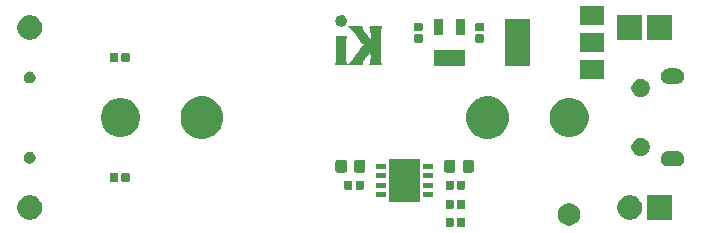
<source format=gbr>
G04 #@! TF.GenerationSoftware,KiCad,Pcbnew,5.0.1+dfsg1-3*
G04 #@! TF.CreationDate,2018-11-05T21:22:01-05:00*
G04 #@! TF.ProjectId,BreadBatt,4272656164426174742E6B696361645F,rev?*
G04 #@! TF.SameCoordinates,Original*
G04 #@! TF.FileFunction,Soldermask,Bot*
G04 #@! TF.FilePolarity,Negative*
%FSLAX46Y46*%
G04 Gerber Fmt 4.6, Leading zero omitted, Abs format (unit mm)*
G04 Created by KiCad (PCBNEW 5.0.1+dfsg1-3) date Mon 05 Nov 2018 09:22:01 PM EST*
%MOMM*%
%LPD*%
G01*
G04 APERTURE LIST*
%ADD10C,0.010000*%
%ADD11C,0.100000*%
G04 APERTURE END LIST*
D10*
G04 #@! TO.C,REF\002A\002A*
G36*
X139204059Y-99325960D02*
X139086455Y-99392395D01*
X138992977Y-99495045D01*
X138949188Y-99581124D01*
X138918578Y-99719614D01*
X138927679Y-99857591D01*
X138975027Y-99979084D01*
X138987412Y-99997850D01*
X139077851Y-100085408D01*
X139196729Y-100145553D01*
X139329667Y-100175418D01*
X139462287Y-100172134D01*
X139580210Y-100132832D01*
X139600994Y-100120244D01*
X139683263Y-100041394D01*
X139751086Y-99932770D01*
X139793253Y-99815295D01*
X139801600Y-99745799D01*
X139782326Y-99636575D01*
X139731810Y-99522110D01*
X139661018Y-99423158D01*
X139605358Y-99374295D01*
X139473139Y-99313876D01*
X139336163Y-99298776D01*
X139204059Y-99325960D01*
X139204059Y-99325960D01*
G37*
X139204059Y-99325960D02*
X139086455Y-99392395D01*
X138992977Y-99495045D01*
X138949188Y-99581124D01*
X138918578Y-99719614D01*
X138927679Y-99857591D01*
X138975027Y-99979084D01*
X138987412Y-99997850D01*
X139077851Y-100085408D01*
X139196729Y-100145553D01*
X139329667Y-100175418D01*
X139462287Y-100172134D01*
X139580210Y-100132832D01*
X139600994Y-100120244D01*
X139683263Y-100041394D01*
X139751086Y-99932770D01*
X139793253Y-99815295D01*
X139801600Y-99745799D01*
X139782326Y-99636575D01*
X139731810Y-99522110D01*
X139661018Y-99423158D01*
X139605358Y-99374295D01*
X139473139Y-99313876D01*
X139336163Y-99298776D01*
X139204059Y-99325960D01*
G36*
X138963400Y-102192045D02*
X138963179Y-102463528D01*
X138962417Y-102688618D01*
X138960974Y-102871721D01*
X138958706Y-103017240D01*
X138955469Y-103129583D01*
X138951122Y-103213155D01*
X138945520Y-103272359D01*
X138938522Y-103311603D01*
X138929984Y-103335292D01*
X138926108Y-103341395D01*
X138899822Y-103378943D01*
X138889109Y-103407085D01*
X138899290Y-103427174D01*
X138935688Y-103440563D01*
X139003624Y-103448605D01*
X139108422Y-103452653D01*
X139255402Y-103454060D01*
X139369800Y-103454200D01*
X139520082Y-103453515D01*
X139651273Y-103451608D01*
X139755573Y-103448702D01*
X139825181Y-103445017D01*
X139852295Y-103440776D01*
X139852400Y-103440488D01*
X139841845Y-103411454D01*
X139815274Y-103354509D01*
X139801600Y-103327200D01*
X139788734Y-103299760D01*
X139778241Y-103269394D01*
X139769880Y-103230920D01*
X139763409Y-103179155D01*
X139758589Y-103108918D01*
X139755178Y-103015027D01*
X139752935Y-102892301D01*
X139751619Y-102735559D01*
X139750990Y-102539617D01*
X139750805Y-102299296D01*
X139750800Y-102234750D01*
X139751053Y-101977269D01*
X139751929Y-101765749D01*
X139753604Y-101595351D01*
X139756252Y-101461238D01*
X139760050Y-101358571D01*
X139765173Y-101282513D01*
X139771797Y-101228226D01*
X139780097Y-101190872D01*
X139789553Y-101166938D01*
X139828305Y-101092000D01*
X138963400Y-101092000D01*
X138963400Y-102192045D01*
X138963400Y-102192045D01*
G37*
X138963400Y-102192045D02*
X138963179Y-102463528D01*
X138962417Y-102688618D01*
X138960974Y-102871721D01*
X138958706Y-103017240D01*
X138955469Y-103129583D01*
X138951122Y-103213155D01*
X138945520Y-103272359D01*
X138938522Y-103311603D01*
X138929984Y-103335292D01*
X138926108Y-103341395D01*
X138899822Y-103378943D01*
X138889109Y-103407085D01*
X138899290Y-103427174D01*
X138935688Y-103440563D01*
X139003624Y-103448605D01*
X139108422Y-103452653D01*
X139255402Y-103454060D01*
X139369800Y-103454200D01*
X139520082Y-103453515D01*
X139651273Y-103451608D01*
X139755573Y-103448702D01*
X139825181Y-103445017D01*
X139852295Y-103440776D01*
X139852400Y-103440488D01*
X139841845Y-103411454D01*
X139815274Y-103354509D01*
X139801600Y-103327200D01*
X139788734Y-103299760D01*
X139778241Y-103269394D01*
X139769880Y-103230920D01*
X139763409Y-103179155D01*
X139758589Y-103108918D01*
X139755178Y-103015027D01*
X139752935Y-102892301D01*
X139751619Y-102735559D01*
X139750990Y-102539617D01*
X139750805Y-102299296D01*
X139750800Y-102234750D01*
X139751053Y-101977269D01*
X139751929Y-101765749D01*
X139753604Y-101595351D01*
X139756252Y-101461238D01*
X139760050Y-101358571D01*
X139765173Y-101282513D01*
X139771797Y-101228226D01*
X139780097Y-101190872D01*
X139789553Y-101166938D01*
X139828305Y-101092000D01*
X138963400Y-101092000D01*
X138963400Y-102192045D01*
G36*
X140546253Y-100228400D02*
X140000941Y-100228400D01*
X140199721Y-100429787D01*
X140529429Y-100792691D01*
X140743849Y-101066815D01*
X140822297Y-101170400D01*
X140916856Y-101290529D01*
X141016950Y-101414202D01*
X141112002Y-101528419D01*
X141191434Y-101620181D01*
X141216532Y-101647760D01*
X141297964Y-101735212D01*
X141228006Y-101826356D01*
X141092564Y-102015604D01*
X141005022Y-102155050D01*
X140950152Y-102237286D01*
X140888876Y-102316612D01*
X140883727Y-102322607D01*
X140814778Y-102405581D01*
X140734253Y-102508137D01*
X140651058Y-102618288D01*
X140574098Y-102724047D01*
X140512281Y-102813425D01*
X140476624Y-102870547D01*
X140441543Y-102923596D01*
X140383014Y-103002062D01*
X140311180Y-103093252D01*
X140236185Y-103184472D01*
X140168172Y-103263032D01*
X140131800Y-103302020D01*
X140107911Y-103328081D01*
X140065637Y-103375406D01*
X140057523Y-103384570D01*
X139995945Y-103454200D01*
X141122400Y-103454200D01*
X141122400Y-103375923D01*
X141139163Y-103299395D01*
X141186393Y-103194149D01*
X141259507Y-103068239D01*
X141353919Y-102929716D01*
X141441458Y-102815533D01*
X141512732Y-102723313D01*
X141578053Y-102632269D01*
X141625223Y-102559535D01*
X141631329Y-102548833D01*
X141671371Y-102482434D01*
X141706658Y-102434284D01*
X141715301Y-102425500D01*
X141749862Y-102386816D01*
X141790085Y-102330250D01*
X141827774Y-102282093D01*
X141858285Y-102260487D01*
X141859586Y-102260400D01*
X141868462Y-102285091D01*
X141875582Y-102356381D01*
X141880736Y-102470092D01*
X141883717Y-102622044D01*
X141884400Y-102756961D01*
X141883716Y-102936263D01*
X141881305Y-103072270D01*
X141876625Y-103172475D01*
X141869137Y-103244369D01*
X141858302Y-103295443D01*
X141843579Y-103333188D01*
X141842756Y-103334811D01*
X141807283Y-103394491D01*
X141775777Y-103432618D01*
X141772906Y-103434761D01*
X141788403Y-103440323D01*
X141847753Y-103445262D01*
X141944014Y-103449312D01*
X142070241Y-103452207D01*
X142219489Y-103453682D01*
X142271206Y-103453811D01*
X142797711Y-103454200D01*
X142768032Y-103384350D01*
X142739859Y-103325758D01*
X142717776Y-103290370D01*
X142713943Y-103261142D01*
X142710343Y-103185781D01*
X142707041Y-103068951D01*
X142704104Y-102915317D01*
X142701601Y-102729546D01*
X142699596Y-102516302D01*
X142698158Y-102280251D01*
X142697353Y-102026059D01*
X142697201Y-101854290D01*
X142697259Y-101550311D01*
X142697530Y-101292912D01*
X142698154Y-101077874D01*
X142699274Y-100900978D01*
X142701031Y-100758004D01*
X142703567Y-100644733D01*
X142707024Y-100556945D01*
X142711543Y-100490421D01*
X142717267Y-100440941D01*
X142724338Y-100404286D01*
X142732896Y-100376237D01*
X142743084Y-100352574D01*
X142748001Y-100342699D01*
X142778756Y-100280869D01*
X142796810Y-100241660D01*
X142798801Y-100235729D01*
X142774665Y-100233507D01*
X142707312Y-100231556D01*
X142604328Y-100229984D01*
X142473294Y-100228901D01*
X142321795Y-100228415D01*
X142288083Y-100228400D01*
X142114940Y-100228664D01*
X141986371Y-100229831D01*
X141896154Y-100232464D01*
X141838063Y-100237123D01*
X141805876Y-100244372D01*
X141793368Y-100254772D01*
X141794314Y-100268885D01*
X141795836Y-100272850D01*
X141829195Y-100361673D01*
X141853261Y-100450181D01*
X141869420Y-100549141D01*
X141879058Y-100669321D01*
X141883560Y-100821488D01*
X141884400Y-100961088D01*
X141884401Y-101380904D01*
X141808201Y-101307900D01*
X141760587Y-101257557D01*
X141734006Y-101220278D01*
X141732000Y-101213483D01*
X141716863Y-101187550D01*
X141677372Y-101134128D01*
X141622412Y-101064145D01*
X141560868Y-100988529D01*
X141501623Y-100918209D01*
X141453561Y-100864114D01*
X141426761Y-100838000D01*
X141404439Y-100810734D01*
X141366064Y-100754630D01*
X141338198Y-100711000D01*
X141279995Y-100623298D01*
X141217049Y-100536698D01*
X141194701Y-100508362D01*
X141149987Y-100441736D01*
X141124592Y-100380643D01*
X141122400Y-100364390D01*
X141121878Y-100320677D01*
X141116209Y-100287502D01*
X141099238Y-100263412D01*
X141064811Y-100246955D01*
X141006774Y-100236677D01*
X140918972Y-100231127D01*
X140795250Y-100228851D01*
X140629455Y-100228396D01*
X140546253Y-100228400D01*
X140546253Y-100228400D01*
G37*
X140546253Y-100228400D02*
X140000941Y-100228400D01*
X140199721Y-100429787D01*
X140529429Y-100792691D01*
X140743849Y-101066815D01*
X140822297Y-101170400D01*
X140916856Y-101290529D01*
X141016950Y-101414202D01*
X141112002Y-101528419D01*
X141191434Y-101620181D01*
X141216532Y-101647760D01*
X141297964Y-101735212D01*
X141228006Y-101826356D01*
X141092564Y-102015604D01*
X141005022Y-102155050D01*
X140950152Y-102237286D01*
X140888876Y-102316612D01*
X140883727Y-102322607D01*
X140814778Y-102405581D01*
X140734253Y-102508137D01*
X140651058Y-102618288D01*
X140574098Y-102724047D01*
X140512281Y-102813425D01*
X140476624Y-102870547D01*
X140441543Y-102923596D01*
X140383014Y-103002062D01*
X140311180Y-103093252D01*
X140236185Y-103184472D01*
X140168172Y-103263032D01*
X140131800Y-103302020D01*
X140107911Y-103328081D01*
X140065637Y-103375406D01*
X140057523Y-103384570D01*
X139995945Y-103454200D01*
X141122400Y-103454200D01*
X141122400Y-103375923D01*
X141139163Y-103299395D01*
X141186393Y-103194149D01*
X141259507Y-103068239D01*
X141353919Y-102929716D01*
X141441458Y-102815533D01*
X141512732Y-102723313D01*
X141578053Y-102632269D01*
X141625223Y-102559535D01*
X141631329Y-102548833D01*
X141671371Y-102482434D01*
X141706658Y-102434284D01*
X141715301Y-102425500D01*
X141749862Y-102386816D01*
X141790085Y-102330250D01*
X141827774Y-102282093D01*
X141858285Y-102260487D01*
X141859586Y-102260400D01*
X141868462Y-102285091D01*
X141875582Y-102356381D01*
X141880736Y-102470092D01*
X141883717Y-102622044D01*
X141884400Y-102756961D01*
X141883716Y-102936263D01*
X141881305Y-103072270D01*
X141876625Y-103172475D01*
X141869137Y-103244369D01*
X141858302Y-103295443D01*
X141843579Y-103333188D01*
X141842756Y-103334811D01*
X141807283Y-103394491D01*
X141775777Y-103432618D01*
X141772906Y-103434761D01*
X141788403Y-103440323D01*
X141847753Y-103445262D01*
X141944014Y-103449312D01*
X142070241Y-103452207D01*
X142219489Y-103453682D01*
X142271206Y-103453811D01*
X142797711Y-103454200D01*
X142768032Y-103384350D01*
X142739859Y-103325758D01*
X142717776Y-103290370D01*
X142713943Y-103261142D01*
X142710343Y-103185781D01*
X142707041Y-103068951D01*
X142704104Y-102915317D01*
X142701601Y-102729546D01*
X142699596Y-102516302D01*
X142698158Y-102280251D01*
X142697353Y-102026059D01*
X142697201Y-101854290D01*
X142697259Y-101550311D01*
X142697530Y-101292912D01*
X142698154Y-101077874D01*
X142699274Y-100900978D01*
X142701031Y-100758004D01*
X142703567Y-100644733D01*
X142707024Y-100556945D01*
X142711543Y-100490421D01*
X142717267Y-100440941D01*
X142724338Y-100404286D01*
X142732896Y-100376237D01*
X142743084Y-100352574D01*
X142748001Y-100342699D01*
X142778756Y-100280869D01*
X142796810Y-100241660D01*
X142798801Y-100235729D01*
X142774665Y-100233507D01*
X142707312Y-100231556D01*
X142604328Y-100229984D01*
X142473294Y-100228901D01*
X142321795Y-100228415D01*
X142288083Y-100228400D01*
X142114940Y-100228664D01*
X141986371Y-100229831D01*
X141896154Y-100232464D01*
X141838063Y-100237123D01*
X141805876Y-100244372D01*
X141793368Y-100254772D01*
X141794314Y-100268885D01*
X141795836Y-100272850D01*
X141829195Y-100361673D01*
X141853261Y-100450181D01*
X141869420Y-100549141D01*
X141879058Y-100669321D01*
X141883560Y-100821488D01*
X141884400Y-100961088D01*
X141884401Y-101380904D01*
X141808201Y-101307900D01*
X141760587Y-101257557D01*
X141734006Y-101220278D01*
X141732000Y-101213483D01*
X141716863Y-101187550D01*
X141677372Y-101134128D01*
X141622412Y-101064145D01*
X141560868Y-100988529D01*
X141501623Y-100918209D01*
X141453561Y-100864114D01*
X141426761Y-100838000D01*
X141404439Y-100810734D01*
X141366064Y-100754630D01*
X141338198Y-100711000D01*
X141279995Y-100623298D01*
X141217049Y-100536698D01*
X141194701Y-100508362D01*
X141149987Y-100441736D01*
X141124592Y-100380643D01*
X141122400Y-100364390D01*
X141121878Y-100320677D01*
X141116209Y-100287502D01*
X141099238Y-100263412D01*
X141064811Y-100246955D01*
X141006774Y-100236677D01*
X140918972Y-100231127D01*
X140795250Y-100228851D01*
X140629455Y-100228396D01*
X140546253Y-100228400D01*
D11*
G36*
X149817625Y-116471905D02*
X149838030Y-116478095D01*
X149856835Y-116488147D01*
X149873323Y-116501677D01*
X149886853Y-116518165D01*
X149896905Y-116536970D01*
X149903095Y-116557375D01*
X149905800Y-116584843D01*
X149905800Y-117095157D01*
X149903095Y-117122625D01*
X149896905Y-117143030D01*
X149886853Y-117161835D01*
X149873323Y-117178323D01*
X149856835Y-117191853D01*
X149838030Y-117201905D01*
X149817625Y-117208095D01*
X149790157Y-117210800D01*
X149329843Y-117210800D01*
X149302375Y-117208095D01*
X149281970Y-117201905D01*
X149263165Y-117191853D01*
X149246677Y-117178323D01*
X149233147Y-117161835D01*
X149223095Y-117143030D01*
X149216905Y-117122625D01*
X149214200Y-117095157D01*
X149214200Y-116584843D01*
X149216905Y-116557375D01*
X149223095Y-116536970D01*
X149233147Y-116518165D01*
X149246677Y-116501677D01*
X149263165Y-116488147D01*
X149281970Y-116478095D01*
X149302375Y-116471905D01*
X149329843Y-116469200D01*
X149790157Y-116469200D01*
X149817625Y-116471905D01*
X149817625Y-116471905D01*
G37*
G36*
X148847625Y-116471905D02*
X148868030Y-116478095D01*
X148886835Y-116488147D01*
X148903323Y-116501677D01*
X148916853Y-116518165D01*
X148926905Y-116536970D01*
X148933095Y-116557375D01*
X148935800Y-116584843D01*
X148935800Y-117095157D01*
X148933095Y-117122625D01*
X148926905Y-117143030D01*
X148916853Y-117161835D01*
X148903323Y-117178323D01*
X148886835Y-117191853D01*
X148868030Y-117201905D01*
X148847625Y-117208095D01*
X148820157Y-117210800D01*
X148359843Y-117210800D01*
X148332375Y-117208095D01*
X148311970Y-117201905D01*
X148293165Y-117191853D01*
X148276677Y-117178323D01*
X148263147Y-117161835D01*
X148253095Y-117143030D01*
X148246905Y-117122625D01*
X148244200Y-117095157D01*
X148244200Y-116584843D01*
X148246905Y-116557375D01*
X148253095Y-116536970D01*
X148263147Y-116518165D01*
X148276677Y-116501677D01*
X148293165Y-116488147D01*
X148311970Y-116478095D01*
X148332375Y-116471905D01*
X148359843Y-116469200D01*
X148820157Y-116469200D01*
X148847625Y-116471905D01*
X148847625Y-116471905D01*
G37*
G36*
X158977338Y-115235738D02*
X159150373Y-115307412D01*
X159306100Y-115411465D01*
X159438535Y-115543900D01*
X159542588Y-115699627D01*
X159614262Y-115872662D01*
X159650800Y-116056354D01*
X159650800Y-116243646D01*
X159614262Y-116427338D01*
X159542588Y-116600373D01*
X159438535Y-116756100D01*
X159306100Y-116888535D01*
X159150373Y-116992588D01*
X158977338Y-117064262D01*
X158793646Y-117100800D01*
X158606354Y-117100800D01*
X158422662Y-117064262D01*
X158249627Y-116992588D01*
X158093900Y-116888535D01*
X157961465Y-116756100D01*
X157857412Y-116600373D01*
X157785738Y-116427338D01*
X157749200Y-116243646D01*
X157749200Y-116056354D01*
X157785738Y-115872662D01*
X157857412Y-115699627D01*
X157961465Y-115543900D01*
X158093900Y-115411465D01*
X158249627Y-115307412D01*
X158422662Y-115235738D01*
X158606354Y-115199200D01*
X158793646Y-115199200D01*
X158977338Y-115235738D01*
X158977338Y-115235738D01*
G37*
G36*
X113167176Y-114525900D02*
X113336507Y-114559581D01*
X113471729Y-114615592D01*
X113527740Y-114638793D01*
X113699846Y-114753791D01*
X113846209Y-114900154D01*
X113961207Y-115072260D01*
X113980194Y-115118100D01*
X114040419Y-115263493D01*
X114069852Y-115411465D01*
X114080800Y-115466505D01*
X114080800Y-115673495D01*
X114078153Y-115686800D01*
X114040419Y-115876507D01*
X113984408Y-116011729D01*
X113961207Y-116067740D01*
X113846209Y-116239846D01*
X113699846Y-116386209D01*
X113527740Y-116501207D01*
X113482753Y-116519841D01*
X113336507Y-116580419D01*
X113167176Y-116614100D01*
X113133495Y-116620800D01*
X112926505Y-116620800D01*
X112892824Y-116614100D01*
X112723493Y-116580419D01*
X112577247Y-116519841D01*
X112532260Y-116501207D01*
X112360154Y-116386209D01*
X112213791Y-116239846D01*
X112098793Y-116067740D01*
X112075592Y-116011729D01*
X112019581Y-115876507D01*
X111981847Y-115686800D01*
X111979200Y-115673495D01*
X111979200Y-115466505D01*
X111990148Y-115411465D01*
X112019581Y-115263493D01*
X112079806Y-115118100D01*
X112098793Y-115072260D01*
X112213791Y-114900154D01*
X112360154Y-114753791D01*
X112532260Y-114638793D01*
X112588271Y-114615592D01*
X112723493Y-114559581D01*
X112892824Y-114525900D01*
X112926505Y-114519200D01*
X113133495Y-114519200D01*
X113167176Y-114525900D01*
X113167176Y-114525900D01*
G37*
G36*
X167420800Y-116620800D02*
X165319200Y-116620800D01*
X165319200Y-114519200D01*
X167420800Y-114519200D01*
X167420800Y-116620800D01*
X167420800Y-116620800D01*
G37*
G36*
X163967176Y-114525900D02*
X164136507Y-114559581D01*
X164271729Y-114615592D01*
X164327740Y-114638793D01*
X164499846Y-114753791D01*
X164646209Y-114900154D01*
X164761207Y-115072260D01*
X164780194Y-115118100D01*
X164840419Y-115263493D01*
X164869852Y-115411465D01*
X164880800Y-115466505D01*
X164880800Y-115673495D01*
X164878153Y-115686800D01*
X164840419Y-115876507D01*
X164784408Y-116011729D01*
X164761207Y-116067740D01*
X164646209Y-116239846D01*
X164499846Y-116386209D01*
X164327740Y-116501207D01*
X164282753Y-116519841D01*
X164136507Y-116580419D01*
X163967176Y-116614100D01*
X163933495Y-116620800D01*
X163726505Y-116620800D01*
X163692824Y-116614100D01*
X163523493Y-116580419D01*
X163377247Y-116519841D01*
X163332260Y-116501207D01*
X163160154Y-116386209D01*
X163013791Y-116239846D01*
X162898793Y-116067740D01*
X162875592Y-116011729D01*
X162819581Y-115876507D01*
X162781847Y-115686800D01*
X162779200Y-115673495D01*
X162779200Y-115466505D01*
X162790148Y-115411465D01*
X162819581Y-115263493D01*
X162879806Y-115118100D01*
X162898793Y-115072260D01*
X163013791Y-114900154D01*
X163160154Y-114753791D01*
X163332260Y-114638793D01*
X163388271Y-114615592D01*
X163523493Y-114559581D01*
X163692824Y-114525900D01*
X163726505Y-114519200D01*
X163933495Y-114519200D01*
X163967176Y-114525900D01*
X163967176Y-114525900D01*
G37*
G36*
X148847625Y-114947905D02*
X148868030Y-114954095D01*
X148886835Y-114964147D01*
X148903323Y-114977677D01*
X148916853Y-114994165D01*
X148926905Y-115012970D01*
X148933095Y-115033375D01*
X148935800Y-115060843D01*
X148935800Y-115571157D01*
X148933095Y-115598625D01*
X148926905Y-115619030D01*
X148916853Y-115637835D01*
X148903323Y-115654323D01*
X148886835Y-115667853D01*
X148868030Y-115677905D01*
X148847625Y-115684095D01*
X148820157Y-115686800D01*
X148359843Y-115686800D01*
X148332375Y-115684095D01*
X148311970Y-115677905D01*
X148293165Y-115667853D01*
X148276677Y-115654323D01*
X148263147Y-115637835D01*
X148253095Y-115619030D01*
X148246905Y-115598625D01*
X148244200Y-115571157D01*
X148244200Y-115060843D01*
X148246905Y-115033375D01*
X148253095Y-115012970D01*
X148263147Y-114994165D01*
X148276677Y-114977677D01*
X148293165Y-114964147D01*
X148311970Y-114954095D01*
X148332375Y-114947905D01*
X148359843Y-114945200D01*
X148820157Y-114945200D01*
X148847625Y-114947905D01*
X148847625Y-114947905D01*
G37*
G36*
X149817625Y-114947905D02*
X149838030Y-114954095D01*
X149856835Y-114964147D01*
X149873323Y-114977677D01*
X149886853Y-114994165D01*
X149896905Y-115012970D01*
X149903095Y-115033375D01*
X149905800Y-115060843D01*
X149905800Y-115571157D01*
X149903095Y-115598625D01*
X149896905Y-115619030D01*
X149886853Y-115637835D01*
X149873323Y-115654323D01*
X149856835Y-115667853D01*
X149838030Y-115677905D01*
X149817625Y-115684095D01*
X149790157Y-115686800D01*
X149329843Y-115686800D01*
X149302375Y-115684095D01*
X149281970Y-115677905D01*
X149263165Y-115667853D01*
X149246677Y-115654323D01*
X149233147Y-115637835D01*
X149223095Y-115619030D01*
X149216905Y-115598625D01*
X149214200Y-115571157D01*
X149214200Y-115060843D01*
X149216905Y-115033375D01*
X149223095Y-115012970D01*
X149233147Y-114994165D01*
X149246677Y-114977677D01*
X149263165Y-114964147D01*
X149281970Y-114954095D01*
X149302375Y-114947905D01*
X149329843Y-114945200D01*
X149790157Y-114945200D01*
X149817625Y-114947905D01*
X149817625Y-114947905D01*
G37*
G36*
X146080800Y-115134800D02*
X143479200Y-115134800D01*
X143479200Y-111433200D01*
X146080800Y-111433200D01*
X146080800Y-115134800D01*
X146080800Y-115134800D01*
G37*
G36*
X147205800Y-114709800D02*
X146354200Y-114709800D01*
X146354200Y-114258200D01*
X147205800Y-114258200D01*
X147205800Y-114709800D01*
X147205800Y-114709800D01*
G37*
G36*
X143205800Y-114709800D02*
X142354200Y-114709800D01*
X142354200Y-114258200D01*
X143205800Y-114258200D01*
X143205800Y-114709800D01*
X143205800Y-114709800D01*
G37*
G36*
X148847625Y-113315905D02*
X148868030Y-113322095D01*
X148886835Y-113332147D01*
X148903323Y-113345677D01*
X148916853Y-113362165D01*
X148926905Y-113380970D01*
X148933095Y-113401375D01*
X148935800Y-113428843D01*
X148935800Y-113939157D01*
X148933095Y-113966625D01*
X148926905Y-113987030D01*
X148916853Y-114005835D01*
X148903323Y-114022323D01*
X148886835Y-114035853D01*
X148868030Y-114045905D01*
X148847625Y-114052095D01*
X148820157Y-114054800D01*
X148359843Y-114054800D01*
X148332375Y-114052095D01*
X148311970Y-114045905D01*
X148293165Y-114035853D01*
X148276677Y-114022323D01*
X148263147Y-114005835D01*
X148253095Y-113987030D01*
X148246905Y-113966625D01*
X148244200Y-113939157D01*
X148244200Y-113428843D01*
X148246905Y-113401375D01*
X148253095Y-113380970D01*
X148263147Y-113362165D01*
X148276677Y-113345677D01*
X148293165Y-113332147D01*
X148311970Y-113322095D01*
X148332375Y-113315905D01*
X148359843Y-113313200D01*
X148820157Y-113313200D01*
X148847625Y-113315905D01*
X148847625Y-113315905D01*
G37*
G36*
X149817625Y-113315905D02*
X149838030Y-113322095D01*
X149856835Y-113332147D01*
X149873323Y-113345677D01*
X149886853Y-113362165D01*
X149896905Y-113380970D01*
X149903095Y-113401375D01*
X149905800Y-113428843D01*
X149905800Y-113939157D01*
X149903095Y-113966625D01*
X149896905Y-113987030D01*
X149886853Y-114005835D01*
X149873323Y-114022323D01*
X149856835Y-114035853D01*
X149838030Y-114045905D01*
X149817625Y-114052095D01*
X149790157Y-114054800D01*
X149329843Y-114054800D01*
X149302375Y-114052095D01*
X149281970Y-114045905D01*
X149263165Y-114035853D01*
X149246677Y-114022323D01*
X149233147Y-114005835D01*
X149223095Y-113987030D01*
X149216905Y-113966625D01*
X149214200Y-113939157D01*
X149214200Y-113428843D01*
X149216905Y-113401375D01*
X149223095Y-113380970D01*
X149233147Y-113362165D01*
X149246677Y-113345677D01*
X149263165Y-113332147D01*
X149281970Y-113322095D01*
X149302375Y-113315905D01*
X149329843Y-113313200D01*
X149790157Y-113313200D01*
X149817625Y-113315905D01*
X149817625Y-113315905D01*
G37*
G36*
X140257625Y-113315905D02*
X140278030Y-113322095D01*
X140296835Y-113332147D01*
X140313323Y-113345677D01*
X140326853Y-113362165D01*
X140336905Y-113380970D01*
X140343095Y-113401375D01*
X140345800Y-113428843D01*
X140345800Y-113939157D01*
X140343095Y-113966625D01*
X140336905Y-113987030D01*
X140326853Y-114005835D01*
X140313323Y-114022323D01*
X140296835Y-114035853D01*
X140278030Y-114045905D01*
X140257625Y-114052095D01*
X140230157Y-114054800D01*
X139769843Y-114054800D01*
X139742375Y-114052095D01*
X139721970Y-114045905D01*
X139703165Y-114035853D01*
X139686677Y-114022323D01*
X139673147Y-114005835D01*
X139663095Y-113987030D01*
X139656905Y-113966625D01*
X139654200Y-113939157D01*
X139654200Y-113428843D01*
X139656905Y-113401375D01*
X139663095Y-113380970D01*
X139673147Y-113362165D01*
X139686677Y-113345677D01*
X139703165Y-113332147D01*
X139721970Y-113322095D01*
X139742375Y-113315905D01*
X139769843Y-113313200D01*
X140230157Y-113313200D01*
X140257625Y-113315905D01*
X140257625Y-113315905D01*
G37*
G36*
X141227625Y-113315905D02*
X141248030Y-113322095D01*
X141266835Y-113332147D01*
X141283323Y-113345677D01*
X141296853Y-113362165D01*
X141306905Y-113380970D01*
X141313095Y-113401375D01*
X141315800Y-113428843D01*
X141315800Y-113939157D01*
X141313095Y-113966625D01*
X141306905Y-113987030D01*
X141296853Y-114005835D01*
X141283323Y-114022323D01*
X141266835Y-114035853D01*
X141248030Y-114045905D01*
X141227625Y-114052095D01*
X141200157Y-114054800D01*
X140739843Y-114054800D01*
X140712375Y-114052095D01*
X140691970Y-114045905D01*
X140673165Y-114035853D01*
X140656677Y-114022323D01*
X140643147Y-114005835D01*
X140633095Y-113987030D01*
X140626905Y-113966625D01*
X140624200Y-113939157D01*
X140624200Y-113428843D01*
X140626905Y-113401375D01*
X140633095Y-113380970D01*
X140643147Y-113362165D01*
X140656677Y-113345677D01*
X140673165Y-113332147D01*
X140691970Y-113322095D01*
X140712375Y-113315905D01*
X140739843Y-113313200D01*
X141200157Y-113313200D01*
X141227625Y-113315905D01*
X141227625Y-113315905D01*
G37*
G36*
X147205800Y-113909800D02*
X146354200Y-113909800D01*
X146354200Y-113458200D01*
X147205800Y-113458200D01*
X147205800Y-113909800D01*
X147205800Y-113909800D01*
G37*
G36*
X143205800Y-113909800D02*
X142354200Y-113909800D01*
X142354200Y-113458200D01*
X143205800Y-113458200D01*
X143205800Y-113909800D01*
X143205800Y-113909800D01*
G37*
G36*
X121392625Y-112661905D02*
X121413030Y-112668095D01*
X121431835Y-112678147D01*
X121448323Y-112691677D01*
X121461853Y-112708165D01*
X121471905Y-112726970D01*
X121478095Y-112747375D01*
X121480800Y-112774843D01*
X121480800Y-113285157D01*
X121478095Y-113312625D01*
X121471905Y-113333030D01*
X121461853Y-113351835D01*
X121448323Y-113368323D01*
X121431835Y-113381853D01*
X121413030Y-113391905D01*
X121392625Y-113398095D01*
X121365157Y-113400800D01*
X120904843Y-113400800D01*
X120877375Y-113398095D01*
X120856970Y-113391905D01*
X120838165Y-113381853D01*
X120821677Y-113368323D01*
X120808147Y-113351835D01*
X120798095Y-113333030D01*
X120791905Y-113312625D01*
X120789200Y-113285157D01*
X120789200Y-112774843D01*
X120791905Y-112747375D01*
X120798095Y-112726970D01*
X120808147Y-112708165D01*
X120821677Y-112691677D01*
X120838165Y-112678147D01*
X120856970Y-112668095D01*
X120877375Y-112661905D01*
X120904843Y-112659200D01*
X121365157Y-112659200D01*
X121392625Y-112661905D01*
X121392625Y-112661905D01*
G37*
G36*
X120422625Y-112661905D02*
X120443030Y-112668095D01*
X120461835Y-112678147D01*
X120478323Y-112691677D01*
X120491853Y-112708165D01*
X120501905Y-112726970D01*
X120508095Y-112747375D01*
X120510800Y-112774843D01*
X120510800Y-113285157D01*
X120508095Y-113312625D01*
X120501905Y-113333030D01*
X120491853Y-113351835D01*
X120478323Y-113368323D01*
X120461835Y-113381853D01*
X120443030Y-113391905D01*
X120422625Y-113398095D01*
X120395157Y-113400800D01*
X119934843Y-113400800D01*
X119907375Y-113398095D01*
X119886970Y-113391905D01*
X119868165Y-113381853D01*
X119851677Y-113368323D01*
X119838147Y-113351835D01*
X119828095Y-113333030D01*
X119821905Y-113312625D01*
X119819200Y-113285157D01*
X119819200Y-112774843D01*
X119821905Y-112747375D01*
X119828095Y-112726970D01*
X119838147Y-112708165D01*
X119851677Y-112691677D01*
X119868165Y-112678147D01*
X119886970Y-112668095D01*
X119907375Y-112661905D01*
X119934843Y-112659200D01*
X120395157Y-112659200D01*
X120422625Y-112661905D01*
X120422625Y-112661905D01*
G37*
G36*
X147205800Y-113109800D02*
X146354200Y-113109800D01*
X146354200Y-112658200D01*
X147205800Y-112658200D01*
X147205800Y-113109800D01*
X147205800Y-113109800D01*
G37*
G36*
X143205800Y-113109800D02*
X142354200Y-113109800D01*
X142354200Y-112658200D01*
X143205800Y-112658200D01*
X143205800Y-113109800D01*
X143205800Y-113109800D01*
G37*
G36*
X150507779Y-111562274D02*
X150541543Y-111572517D01*
X150572674Y-111589157D01*
X150599954Y-111611546D01*
X150622343Y-111638826D01*
X150638983Y-111669957D01*
X150649226Y-111703721D01*
X150653300Y-111745093D01*
X150653300Y-112422907D01*
X150649226Y-112464279D01*
X150638983Y-112498043D01*
X150622343Y-112529174D01*
X150599954Y-112556454D01*
X150572674Y-112578843D01*
X150541543Y-112595483D01*
X150507779Y-112605726D01*
X150466407Y-112609800D01*
X149863593Y-112609800D01*
X149822221Y-112605726D01*
X149788457Y-112595483D01*
X149757326Y-112578843D01*
X149730046Y-112556454D01*
X149707657Y-112529174D01*
X149691017Y-112498043D01*
X149680774Y-112464279D01*
X149676700Y-112422907D01*
X149676700Y-111745093D01*
X149680774Y-111703721D01*
X149691017Y-111669957D01*
X149707657Y-111638826D01*
X149730046Y-111611546D01*
X149757326Y-111589157D01*
X149788457Y-111572517D01*
X149822221Y-111562274D01*
X149863593Y-111558200D01*
X150466407Y-111558200D01*
X150507779Y-111562274D01*
X150507779Y-111562274D01*
G37*
G36*
X139737779Y-111562274D02*
X139771543Y-111572517D01*
X139802674Y-111589157D01*
X139829954Y-111611546D01*
X139852343Y-111638826D01*
X139868983Y-111669957D01*
X139879226Y-111703721D01*
X139883300Y-111745093D01*
X139883300Y-112422907D01*
X139879226Y-112464279D01*
X139868983Y-112498043D01*
X139852343Y-112529174D01*
X139829954Y-112556454D01*
X139802674Y-112578843D01*
X139771543Y-112595483D01*
X139737779Y-112605726D01*
X139696407Y-112609800D01*
X139093593Y-112609800D01*
X139052221Y-112605726D01*
X139018457Y-112595483D01*
X138987326Y-112578843D01*
X138960046Y-112556454D01*
X138937657Y-112529174D01*
X138921017Y-112498043D01*
X138910774Y-112464279D01*
X138906700Y-112422907D01*
X138906700Y-111745093D01*
X138910774Y-111703721D01*
X138921017Y-111669957D01*
X138937657Y-111638826D01*
X138960046Y-111611546D01*
X138987326Y-111589157D01*
X139018457Y-111572517D01*
X139052221Y-111562274D01*
X139093593Y-111558200D01*
X139696407Y-111558200D01*
X139737779Y-111562274D01*
X139737779Y-111562274D01*
G37*
G36*
X141312779Y-111562274D02*
X141346543Y-111572517D01*
X141377674Y-111589157D01*
X141404954Y-111611546D01*
X141427343Y-111638826D01*
X141443983Y-111669957D01*
X141454226Y-111703721D01*
X141458300Y-111745093D01*
X141458300Y-112422907D01*
X141454226Y-112464279D01*
X141443983Y-112498043D01*
X141427343Y-112529174D01*
X141404954Y-112556454D01*
X141377674Y-112578843D01*
X141346543Y-112595483D01*
X141312779Y-112605726D01*
X141271407Y-112609800D01*
X140668593Y-112609800D01*
X140627221Y-112605726D01*
X140593457Y-112595483D01*
X140562326Y-112578843D01*
X140535046Y-112556454D01*
X140512657Y-112529174D01*
X140496017Y-112498043D01*
X140485774Y-112464279D01*
X140481700Y-112422907D01*
X140481700Y-111745093D01*
X140485774Y-111703721D01*
X140496017Y-111669957D01*
X140512657Y-111638826D01*
X140535046Y-111611546D01*
X140562326Y-111589157D01*
X140593457Y-111572517D01*
X140627221Y-111562274D01*
X140668593Y-111558200D01*
X141271407Y-111558200D01*
X141312779Y-111562274D01*
X141312779Y-111562274D01*
G37*
G36*
X148932779Y-111562274D02*
X148966543Y-111572517D01*
X148997674Y-111589157D01*
X149024954Y-111611546D01*
X149047343Y-111638826D01*
X149063983Y-111669957D01*
X149074226Y-111703721D01*
X149078300Y-111745093D01*
X149078300Y-112422907D01*
X149074226Y-112464279D01*
X149063983Y-112498043D01*
X149047343Y-112529174D01*
X149024954Y-112556454D01*
X148997674Y-112578843D01*
X148966543Y-112595483D01*
X148932779Y-112605726D01*
X148891407Y-112609800D01*
X148288593Y-112609800D01*
X148247221Y-112605726D01*
X148213457Y-112595483D01*
X148182326Y-112578843D01*
X148155046Y-112556454D01*
X148132657Y-112529174D01*
X148116017Y-112498043D01*
X148105774Y-112464279D01*
X148101700Y-112422907D01*
X148101700Y-111745093D01*
X148105774Y-111703721D01*
X148116017Y-111669957D01*
X148132657Y-111638826D01*
X148155046Y-111611546D01*
X148182326Y-111589157D01*
X148213457Y-111572517D01*
X148247221Y-111562274D01*
X148288593Y-111558200D01*
X148891407Y-111558200D01*
X148932779Y-111562274D01*
X148932779Y-111562274D01*
G37*
G36*
X147205800Y-112309800D02*
X146354200Y-112309800D01*
X146354200Y-111858200D01*
X147205800Y-111858200D01*
X147205800Y-112309800D01*
X147205800Y-112309800D01*
G37*
G36*
X143205800Y-112309800D02*
X142354200Y-112309800D01*
X142354200Y-111858200D01*
X143205800Y-111858200D01*
X143205800Y-112309800D01*
X143205800Y-112309800D01*
G37*
G36*
X167892839Y-110804693D02*
X167932679Y-110808617D01*
X168055355Y-110845831D01*
X168055358Y-110845832D01*
X168168414Y-110906261D01*
X168267511Y-110987589D01*
X168348839Y-111086686D01*
X168409268Y-111199742D01*
X168409269Y-111199745D01*
X168446483Y-111322421D01*
X168446483Y-111322426D01*
X168459049Y-111450000D01*
X168454510Y-111496077D01*
X168446483Y-111577579D01*
X168418677Y-111669241D01*
X168409268Y-111700258D01*
X168348839Y-111813314D01*
X168267511Y-111912411D01*
X168168414Y-111993739D01*
X168055358Y-112054168D01*
X168055355Y-112054169D01*
X167932679Y-112091383D01*
X167892839Y-112095307D01*
X167837070Y-112100800D01*
X167073130Y-112100800D01*
X167017361Y-112095307D01*
X166977521Y-112091383D01*
X166854845Y-112054169D01*
X166854842Y-112054168D01*
X166741786Y-111993739D01*
X166642689Y-111912411D01*
X166561361Y-111813314D01*
X166500932Y-111700258D01*
X166491523Y-111669241D01*
X166463717Y-111577579D01*
X166455690Y-111496077D01*
X166451151Y-111450000D01*
X166463717Y-111322426D01*
X166463717Y-111322421D01*
X166500931Y-111199745D01*
X166500932Y-111199742D01*
X166561361Y-111086686D01*
X166642689Y-110987589D01*
X166741786Y-110906261D01*
X166854842Y-110845832D01*
X166854845Y-110845831D01*
X166977521Y-110808617D01*
X167017361Y-110804693D01*
X167073130Y-110799200D01*
X167837070Y-110799200D01*
X167892839Y-110804693D01*
X167892839Y-110804693D01*
G37*
G36*
X113176077Y-110868445D02*
X113213828Y-110884083D01*
X113267218Y-110906197D01*
X113349241Y-110961003D01*
X113418997Y-111030759D01*
X113473803Y-111112782D01*
X113484043Y-111137504D01*
X113511555Y-111203923D01*
X113530800Y-111300676D01*
X113530800Y-111399324D01*
X113511555Y-111496077D01*
X113495917Y-111533828D01*
X113473803Y-111587218D01*
X113418997Y-111669241D01*
X113349241Y-111738997D01*
X113267218Y-111793803D01*
X113220114Y-111813314D01*
X113176077Y-111831555D01*
X113079324Y-111850800D01*
X112980676Y-111850800D01*
X112883923Y-111831555D01*
X112839886Y-111813314D01*
X112792782Y-111793803D01*
X112710759Y-111738997D01*
X112641003Y-111669241D01*
X112586197Y-111587218D01*
X112564083Y-111533828D01*
X112548445Y-111496077D01*
X112529200Y-111399324D01*
X112529200Y-111300676D01*
X112548445Y-111203923D01*
X112575957Y-111137504D01*
X112586197Y-111112782D01*
X112641003Y-111030759D01*
X112710759Y-110961003D01*
X112792782Y-110906197D01*
X112846172Y-110884083D01*
X112883923Y-110868445D01*
X112980676Y-110849200D01*
X113079324Y-110849200D01*
X113176077Y-110868445D01*
X113176077Y-110868445D01*
G37*
G36*
X164981393Y-109704013D02*
X165122579Y-109762495D01*
X165122581Y-109762496D01*
X165164934Y-109790796D01*
X165249644Y-109847397D01*
X165357703Y-109955456D01*
X165442605Y-110082521D01*
X165501087Y-110223707D01*
X165530900Y-110373590D01*
X165530900Y-110526410D01*
X165501087Y-110676293D01*
X165442605Y-110817479D01*
X165357703Y-110944544D01*
X165249644Y-111052603D01*
X165198635Y-111086686D01*
X165122581Y-111137504D01*
X165122580Y-111137505D01*
X165122579Y-111137505D01*
X164981393Y-111195987D01*
X164831510Y-111225800D01*
X164678690Y-111225800D01*
X164528807Y-111195987D01*
X164387621Y-111137505D01*
X164387620Y-111137505D01*
X164387619Y-111137504D01*
X164311565Y-111086686D01*
X164260556Y-111052603D01*
X164152497Y-110944544D01*
X164067595Y-110817479D01*
X164009113Y-110676293D01*
X163979300Y-110526410D01*
X163979300Y-110373590D01*
X164009113Y-110223707D01*
X164067595Y-110082521D01*
X164152497Y-109955456D01*
X164260556Y-109847397D01*
X164345266Y-109790796D01*
X164387619Y-109762496D01*
X164387621Y-109762495D01*
X164528807Y-109704013D01*
X164678690Y-109674200D01*
X164831510Y-109674200D01*
X164981393Y-109704013D01*
X164981393Y-109704013D01*
G37*
G36*
X152325273Y-106218403D02*
X152489136Y-106286278D01*
X152652999Y-106354152D01*
X152665702Y-106362640D01*
X152947941Y-106551226D01*
X153198774Y-106802059D01*
X153330156Y-106998686D01*
X153395848Y-107097001D01*
X153463722Y-107260863D01*
X153531597Y-107424727D01*
X153600800Y-107772637D01*
X153600800Y-108127363D01*
X153531597Y-108475273D01*
X153463722Y-108639136D01*
X153395848Y-108802999D01*
X153395847Y-108803000D01*
X153198774Y-109097941D01*
X152947941Y-109348774D01*
X152751314Y-109480156D01*
X152652999Y-109545848D01*
X152520333Y-109600800D01*
X152325273Y-109681597D01*
X151977363Y-109750800D01*
X151622637Y-109750800D01*
X151274727Y-109681597D01*
X151079667Y-109600800D01*
X150947001Y-109545848D01*
X150848686Y-109480156D01*
X150652059Y-109348774D01*
X150401226Y-109097941D01*
X150204153Y-108803000D01*
X150204152Y-108802999D01*
X150136278Y-108639137D01*
X150068403Y-108475273D01*
X149999200Y-108127363D01*
X149999200Y-107772637D01*
X150068403Y-107424727D01*
X150136278Y-107260863D01*
X150204152Y-107097001D01*
X150269844Y-106998686D01*
X150401226Y-106802059D01*
X150652059Y-106551226D01*
X150934298Y-106362640D01*
X150947001Y-106354152D01*
X151110864Y-106286278D01*
X151274727Y-106218403D01*
X151622637Y-106149200D01*
X151977363Y-106149200D01*
X152325273Y-106218403D01*
X152325273Y-106218403D01*
G37*
G36*
X128125273Y-106218403D02*
X128289136Y-106286278D01*
X128452999Y-106354152D01*
X128465702Y-106362640D01*
X128747941Y-106551226D01*
X128998774Y-106802059D01*
X129130156Y-106998686D01*
X129195848Y-107097001D01*
X129263722Y-107260863D01*
X129331597Y-107424727D01*
X129400800Y-107772637D01*
X129400800Y-108127363D01*
X129331597Y-108475273D01*
X129263722Y-108639136D01*
X129195848Y-108802999D01*
X129195847Y-108803000D01*
X128998774Y-109097941D01*
X128747941Y-109348774D01*
X128551314Y-109480156D01*
X128452999Y-109545848D01*
X128320333Y-109600800D01*
X128125273Y-109681597D01*
X127777363Y-109750800D01*
X127422637Y-109750800D01*
X127074727Y-109681597D01*
X126879667Y-109600800D01*
X126747001Y-109545848D01*
X126648686Y-109480156D01*
X126452059Y-109348774D01*
X126201226Y-109097941D01*
X126004153Y-108803000D01*
X126004152Y-108802999D01*
X125936278Y-108639137D01*
X125868403Y-108475273D01*
X125799200Y-108127363D01*
X125799200Y-107772637D01*
X125868403Y-107424727D01*
X125936278Y-107260863D01*
X126004152Y-107097001D01*
X126069844Y-106998686D01*
X126201226Y-106802059D01*
X126452059Y-106551226D01*
X126734298Y-106362640D01*
X126747001Y-106354152D01*
X126910864Y-106286278D01*
X127074727Y-106218403D01*
X127422637Y-106149200D01*
X127777363Y-106149200D01*
X128125273Y-106218403D01*
X128125273Y-106218403D01*
G37*
G36*
X121181521Y-106362639D02*
X121481947Y-106487080D01*
X121752324Y-106667740D01*
X121982260Y-106897676D01*
X122162920Y-107168053D01*
X122287361Y-107468479D01*
X122350800Y-107787410D01*
X122350800Y-108112590D01*
X122287361Y-108431521D01*
X122162920Y-108731947D01*
X121982260Y-109002324D01*
X121752324Y-109232260D01*
X121481947Y-109412920D01*
X121181521Y-109537361D01*
X120862590Y-109600800D01*
X120537410Y-109600800D01*
X120218479Y-109537361D01*
X119918053Y-109412920D01*
X119647676Y-109232260D01*
X119417740Y-109002324D01*
X119237080Y-108731947D01*
X119112639Y-108431521D01*
X119049200Y-108112590D01*
X119049200Y-107787410D01*
X119112639Y-107468479D01*
X119237080Y-107168053D01*
X119417740Y-106897676D01*
X119647676Y-106667740D01*
X119918053Y-106487080D01*
X120218479Y-106362639D01*
X120537410Y-106299200D01*
X120862590Y-106299200D01*
X121181521Y-106362639D01*
X121181521Y-106362639D01*
G37*
G36*
X159181521Y-106362639D02*
X159481947Y-106487080D01*
X159752324Y-106667740D01*
X159982260Y-106897676D01*
X160162920Y-107168053D01*
X160287361Y-107468479D01*
X160350800Y-107787410D01*
X160350800Y-108112590D01*
X160287361Y-108431521D01*
X160162920Y-108731947D01*
X159982260Y-109002324D01*
X159752324Y-109232260D01*
X159481947Y-109412920D01*
X159181521Y-109537361D01*
X158862590Y-109600800D01*
X158537410Y-109600800D01*
X158218479Y-109537361D01*
X157918053Y-109412920D01*
X157647676Y-109232260D01*
X157417740Y-109002324D01*
X157237080Y-108731947D01*
X157112639Y-108431521D01*
X157049200Y-108112590D01*
X157049200Y-107787410D01*
X157112639Y-107468479D01*
X157237080Y-107168053D01*
X157417740Y-106897676D01*
X157647676Y-106667740D01*
X157918053Y-106487080D01*
X158218479Y-106362639D01*
X158537410Y-106299200D01*
X158862590Y-106299200D01*
X159181521Y-106362639D01*
X159181521Y-106362639D01*
G37*
G36*
X164981393Y-104704013D02*
X165122579Y-104762495D01*
X165122581Y-104762496D01*
X165159577Y-104787216D01*
X165249644Y-104847397D01*
X165357703Y-104955456D01*
X165442605Y-105082521D01*
X165501087Y-105223707D01*
X165530900Y-105373590D01*
X165530900Y-105526410D01*
X165501087Y-105676293D01*
X165442605Y-105817479D01*
X165357703Y-105944544D01*
X165249644Y-106052603D01*
X165164934Y-106109204D01*
X165122581Y-106137504D01*
X165122580Y-106137505D01*
X165122579Y-106137505D01*
X164981393Y-106195987D01*
X164831510Y-106225800D01*
X164678690Y-106225800D01*
X164528807Y-106195987D01*
X164387621Y-106137505D01*
X164387620Y-106137505D01*
X164387619Y-106137504D01*
X164345266Y-106109204D01*
X164260556Y-106052603D01*
X164152497Y-105944544D01*
X164067595Y-105817479D01*
X164009113Y-105676293D01*
X163979300Y-105526410D01*
X163979300Y-105373590D01*
X164009113Y-105223707D01*
X164067595Y-105082521D01*
X164152497Y-104955456D01*
X164260556Y-104847397D01*
X164350623Y-104787216D01*
X164387619Y-104762496D01*
X164387621Y-104762495D01*
X164528807Y-104704013D01*
X164678690Y-104674200D01*
X164831510Y-104674200D01*
X164981393Y-104704013D01*
X164981393Y-104704013D01*
G37*
G36*
X167892839Y-103804693D02*
X167932679Y-103808617D01*
X168055355Y-103845831D01*
X168055358Y-103845832D01*
X168168414Y-103906261D01*
X168267511Y-103987589D01*
X168348839Y-104086686D01*
X168409268Y-104199742D01*
X168409269Y-104199745D01*
X168446483Y-104322421D01*
X168446483Y-104322426D01*
X168459049Y-104450000D01*
X168454057Y-104500676D01*
X168446483Y-104577579D01*
X168410536Y-104696077D01*
X168409268Y-104700258D01*
X168348839Y-104813314D01*
X168267511Y-104912411D01*
X168168414Y-104993739D01*
X168055358Y-105054168D01*
X168055355Y-105054169D01*
X167932679Y-105091383D01*
X167892839Y-105095307D01*
X167837070Y-105100800D01*
X167073130Y-105100800D01*
X167017361Y-105095307D01*
X166977521Y-105091383D01*
X166854845Y-105054169D01*
X166854842Y-105054168D01*
X166741786Y-104993739D01*
X166642689Y-104912411D01*
X166561361Y-104813314D01*
X166500932Y-104700258D01*
X166499664Y-104696077D01*
X166463717Y-104577579D01*
X166456143Y-104500676D01*
X166451151Y-104450000D01*
X166463717Y-104322426D01*
X166463717Y-104322421D01*
X166500931Y-104199745D01*
X166500932Y-104199742D01*
X166561361Y-104086686D01*
X166642689Y-103987589D01*
X166741786Y-103906261D01*
X166854842Y-103845832D01*
X166854845Y-103845831D01*
X166977521Y-103808617D01*
X167017361Y-103804693D01*
X167073130Y-103799200D01*
X167837070Y-103799200D01*
X167892839Y-103804693D01*
X167892839Y-103804693D01*
G37*
G36*
X113176077Y-104068445D02*
X113213828Y-104084083D01*
X113267218Y-104106197D01*
X113349241Y-104161003D01*
X113418997Y-104230759D01*
X113473803Y-104312782D01*
X113495917Y-104366172D01*
X113511555Y-104403923D01*
X113530800Y-104500676D01*
X113530800Y-104599324D01*
X113511555Y-104696077D01*
X113495917Y-104733828D01*
X113473803Y-104787218D01*
X113418997Y-104869241D01*
X113349241Y-104938997D01*
X113267218Y-104993803D01*
X113213828Y-105015917D01*
X113176077Y-105031555D01*
X113079324Y-105050800D01*
X112980676Y-105050800D01*
X112883923Y-105031555D01*
X112846172Y-105015917D01*
X112792782Y-104993803D01*
X112710759Y-104938997D01*
X112641003Y-104869241D01*
X112586197Y-104787218D01*
X112564083Y-104733828D01*
X112548445Y-104696077D01*
X112529200Y-104599324D01*
X112529200Y-104500676D01*
X112548445Y-104403923D01*
X112564083Y-104366172D01*
X112586197Y-104312782D01*
X112641003Y-104230759D01*
X112710759Y-104161003D01*
X112792782Y-104106197D01*
X112846172Y-104084083D01*
X112883923Y-104068445D01*
X112980676Y-104049200D01*
X113079324Y-104049200D01*
X113176077Y-104068445D01*
X113176077Y-104068445D01*
G37*
G36*
X161680800Y-104700800D02*
X159579200Y-104700800D01*
X159579200Y-103099200D01*
X161680800Y-103099200D01*
X161680800Y-104700800D01*
X161680800Y-104700800D01*
G37*
G36*
X149915800Y-103570800D02*
X147264200Y-103570800D01*
X147264200Y-102249200D01*
X149915800Y-102249200D01*
X149915800Y-103570800D01*
X149915800Y-103570800D01*
G37*
G36*
X155380800Y-103550800D02*
X153279200Y-103550800D01*
X153279200Y-99649200D01*
X155380800Y-99649200D01*
X155380800Y-103550800D01*
X155380800Y-103550800D01*
G37*
G36*
X120422625Y-102501905D02*
X120443030Y-102508095D01*
X120461835Y-102518147D01*
X120478323Y-102531677D01*
X120491853Y-102548165D01*
X120501905Y-102566970D01*
X120508095Y-102587375D01*
X120510800Y-102614843D01*
X120510800Y-103125157D01*
X120508095Y-103152625D01*
X120501905Y-103173030D01*
X120491853Y-103191835D01*
X120478323Y-103208323D01*
X120461835Y-103221853D01*
X120443030Y-103231905D01*
X120422625Y-103238095D01*
X120395157Y-103240800D01*
X119934843Y-103240800D01*
X119907375Y-103238095D01*
X119886970Y-103231905D01*
X119868165Y-103221853D01*
X119851677Y-103208323D01*
X119838147Y-103191835D01*
X119828095Y-103173030D01*
X119821905Y-103152625D01*
X119819200Y-103125157D01*
X119819200Y-102614843D01*
X119821905Y-102587375D01*
X119828095Y-102566970D01*
X119838147Y-102548165D01*
X119851677Y-102531677D01*
X119868165Y-102518147D01*
X119886970Y-102508095D01*
X119907375Y-102501905D01*
X119934843Y-102499200D01*
X120395157Y-102499200D01*
X120422625Y-102501905D01*
X120422625Y-102501905D01*
G37*
G36*
X121392625Y-102501905D02*
X121413030Y-102508095D01*
X121431835Y-102518147D01*
X121448323Y-102531677D01*
X121461853Y-102548165D01*
X121471905Y-102566970D01*
X121478095Y-102587375D01*
X121480800Y-102614843D01*
X121480800Y-103125157D01*
X121478095Y-103152625D01*
X121471905Y-103173030D01*
X121461853Y-103191835D01*
X121448323Y-103208323D01*
X121431835Y-103221853D01*
X121413030Y-103231905D01*
X121392625Y-103238095D01*
X121365157Y-103240800D01*
X120904843Y-103240800D01*
X120877375Y-103238095D01*
X120856970Y-103231905D01*
X120838165Y-103221853D01*
X120821677Y-103208323D01*
X120808147Y-103191835D01*
X120798095Y-103173030D01*
X120791905Y-103152625D01*
X120789200Y-103125157D01*
X120789200Y-102614843D01*
X120791905Y-102587375D01*
X120798095Y-102566970D01*
X120808147Y-102548165D01*
X120821677Y-102531677D01*
X120838165Y-102518147D01*
X120856970Y-102508095D01*
X120877375Y-102501905D01*
X120904843Y-102499200D01*
X121365157Y-102499200D01*
X121392625Y-102501905D01*
X121392625Y-102501905D01*
G37*
G36*
X161680800Y-102400800D02*
X159579200Y-102400800D01*
X159579200Y-100799200D01*
X161680800Y-100799200D01*
X161680800Y-102400800D01*
X161680800Y-102400800D01*
G37*
G36*
X151412625Y-100916905D02*
X151433030Y-100923095D01*
X151451835Y-100933147D01*
X151468323Y-100946677D01*
X151481853Y-100963165D01*
X151491905Y-100981970D01*
X151498095Y-101002375D01*
X151500800Y-101029843D01*
X151500800Y-101490157D01*
X151498095Y-101517625D01*
X151491905Y-101538030D01*
X151481853Y-101556835D01*
X151468323Y-101573323D01*
X151451835Y-101586853D01*
X151433030Y-101596905D01*
X151412625Y-101603095D01*
X151385157Y-101605800D01*
X150874843Y-101605800D01*
X150847375Y-101603095D01*
X150826970Y-101596905D01*
X150808165Y-101586853D01*
X150791677Y-101573323D01*
X150778147Y-101556835D01*
X150768095Y-101538030D01*
X150761905Y-101517625D01*
X150759200Y-101490157D01*
X150759200Y-101029843D01*
X150761905Y-101002375D01*
X150768095Y-100981970D01*
X150778147Y-100963165D01*
X150791677Y-100946677D01*
X150808165Y-100933147D01*
X150826970Y-100923095D01*
X150847375Y-100916905D01*
X150874843Y-100914200D01*
X151385157Y-100914200D01*
X151412625Y-100916905D01*
X151412625Y-100916905D01*
G37*
G36*
X146205625Y-100916905D02*
X146226030Y-100923095D01*
X146244835Y-100933147D01*
X146261323Y-100946677D01*
X146274853Y-100963165D01*
X146284905Y-100981970D01*
X146291095Y-101002375D01*
X146293800Y-101029843D01*
X146293800Y-101490157D01*
X146291095Y-101517625D01*
X146284905Y-101538030D01*
X146274853Y-101556835D01*
X146261323Y-101573323D01*
X146244835Y-101586853D01*
X146226030Y-101596905D01*
X146205625Y-101603095D01*
X146178157Y-101605800D01*
X145667843Y-101605800D01*
X145640375Y-101603095D01*
X145619970Y-101596905D01*
X145601165Y-101586853D01*
X145584677Y-101573323D01*
X145571147Y-101556835D01*
X145561095Y-101538030D01*
X145554905Y-101517625D01*
X145552200Y-101490157D01*
X145552200Y-101029843D01*
X145554905Y-101002375D01*
X145561095Y-100981970D01*
X145571147Y-100963165D01*
X145584677Y-100946677D01*
X145601165Y-100933147D01*
X145619970Y-100923095D01*
X145640375Y-100916905D01*
X145667843Y-100914200D01*
X146178157Y-100914200D01*
X146205625Y-100916905D01*
X146205625Y-100916905D01*
G37*
G36*
X164880800Y-101380800D02*
X162779200Y-101380800D01*
X162779200Y-99279200D01*
X164880800Y-99279200D01*
X164880800Y-101380800D01*
X164880800Y-101380800D01*
G37*
G36*
X113167176Y-99285900D02*
X113336507Y-99319581D01*
X113471729Y-99375592D01*
X113527740Y-99398793D01*
X113699846Y-99513791D01*
X113846209Y-99660154D01*
X113961207Y-99832260D01*
X113961207Y-99832261D01*
X114040419Y-100023493D01*
X114080800Y-100226506D01*
X114080800Y-100433494D01*
X114040419Y-100636507D01*
X113984408Y-100771729D01*
X113961207Y-100827740D01*
X113846209Y-100999846D01*
X113699846Y-101146209D01*
X113527740Y-101261207D01*
X113471729Y-101284408D01*
X113336507Y-101340419D01*
X113167176Y-101374100D01*
X113133495Y-101380800D01*
X112926505Y-101380800D01*
X112892824Y-101374100D01*
X112723493Y-101340419D01*
X112588271Y-101284408D01*
X112532260Y-101261207D01*
X112360154Y-101146209D01*
X112213791Y-100999846D01*
X112098793Y-100827740D01*
X112075592Y-100771729D01*
X112019581Y-100636507D01*
X111979200Y-100433494D01*
X111979200Y-100226506D01*
X112019581Y-100023493D01*
X112098793Y-99832261D01*
X112098793Y-99832260D01*
X112213791Y-99660154D01*
X112360154Y-99513791D01*
X112532260Y-99398793D01*
X112588271Y-99375592D01*
X112723493Y-99319581D01*
X112892824Y-99285900D01*
X112926505Y-99279200D01*
X113133495Y-99279200D01*
X113167176Y-99285900D01*
X113167176Y-99285900D01*
G37*
G36*
X167420800Y-101380800D02*
X165319200Y-101380800D01*
X165319200Y-99279200D01*
X167420800Y-99279200D01*
X167420800Y-101380800D01*
X167420800Y-101380800D01*
G37*
G36*
X148015800Y-100950800D02*
X147264200Y-100950800D01*
X147264200Y-99629200D01*
X148015800Y-99629200D01*
X148015800Y-100950800D01*
X148015800Y-100950800D01*
G37*
G36*
X149915800Y-100950800D02*
X149164200Y-100950800D01*
X149164200Y-99629200D01*
X149915800Y-99629200D01*
X149915800Y-100950800D01*
X149915800Y-100950800D01*
G37*
G36*
X151412625Y-99946905D02*
X151433030Y-99953095D01*
X151451835Y-99963147D01*
X151468323Y-99976677D01*
X151481853Y-99993165D01*
X151491905Y-100011970D01*
X151498095Y-100032375D01*
X151500800Y-100059843D01*
X151500800Y-100520157D01*
X151498095Y-100547625D01*
X151491905Y-100568030D01*
X151481853Y-100586835D01*
X151468323Y-100603323D01*
X151451835Y-100616853D01*
X151433030Y-100626905D01*
X151412625Y-100633095D01*
X151385157Y-100635800D01*
X150874843Y-100635800D01*
X150847375Y-100633095D01*
X150826970Y-100626905D01*
X150808165Y-100616853D01*
X150791677Y-100603323D01*
X150778147Y-100586835D01*
X150768095Y-100568030D01*
X150761905Y-100547625D01*
X150759200Y-100520157D01*
X150759200Y-100059843D01*
X150761905Y-100032375D01*
X150768095Y-100011970D01*
X150778147Y-99993165D01*
X150791677Y-99976677D01*
X150808165Y-99963147D01*
X150826970Y-99953095D01*
X150847375Y-99946905D01*
X150874843Y-99944200D01*
X151385157Y-99944200D01*
X151412625Y-99946905D01*
X151412625Y-99946905D01*
G37*
G36*
X146205625Y-99946905D02*
X146226030Y-99953095D01*
X146244835Y-99963147D01*
X146261323Y-99976677D01*
X146274853Y-99993165D01*
X146284905Y-100011970D01*
X146291095Y-100032375D01*
X146293800Y-100059843D01*
X146293800Y-100520157D01*
X146291095Y-100547625D01*
X146284905Y-100568030D01*
X146274853Y-100586835D01*
X146261323Y-100603323D01*
X146244835Y-100616853D01*
X146226030Y-100626905D01*
X146205625Y-100633095D01*
X146178157Y-100635800D01*
X145667843Y-100635800D01*
X145640375Y-100633095D01*
X145619970Y-100626905D01*
X145601165Y-100616853D01*
X145584677Y-100603323D01*
X145571147Y-100586835D01*
X145561095Y-100568030D01*
X145554905Y-100547625D01*
X145552200Y-100520157D01*
X145552200Y-100059843D01*
X145554905Y-100032375D01*
X145561095Y-100011970D01*
X145571147Y-99993165D01*
X145584677Y-99976677D01*
X145601165Y-99963147D01*
X145619970Y-99953095D01*
X145640375Y-99946905D01*
X145667843Y-99944200D01*
X146178157Y-99944200D01*
X146205625Y-99946905D01*
X146205625Y-99946905D01*
G37*
G36*
X161680800Y-100100800D02*
X159579200Y-100100800D01*
X159579200Y-98499200D01*
X161680800Y-98499200D01*
X161680800Y-100100800D01*
X161680800Y-100100800D01*
G37*
M02*

</source>
